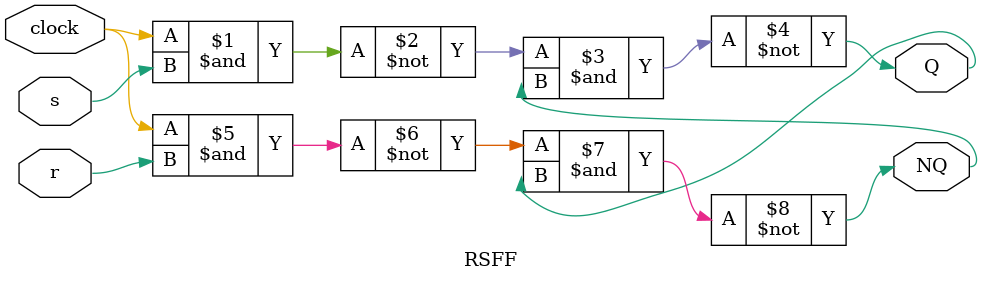
<source format=v>
`timescale 1ns / 1ps

module RSFF(
    input s, r, clock,
    output Q, NQ
    );
    
assign Q = ~(~(clock & s) & NQ);
assign NQ = ~(~(clock & r) & Q);
    
endmodule

</source>
